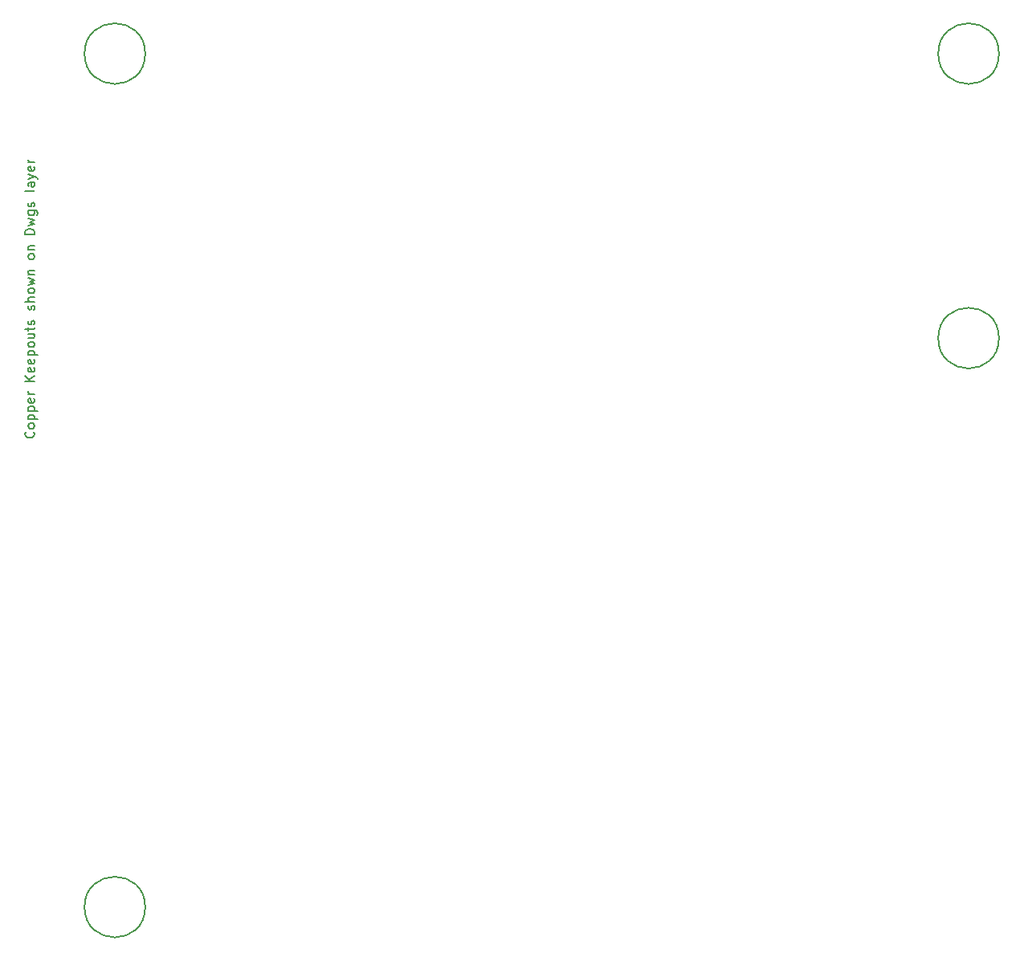
<source format=gbr>
%TF.GenerationSoftware,KiCad,Pcbnew,7.0.2-0*%
%TF.CreationDate,2024-06-06T04:37:27-07:00*%
%TF.ProjectId,version_1,76657273-696f-46e5-9f31-2e6b69636164,rev?*%
%TF.SameCoordinates,Original*%
%TF.FileFunction,Other,Comment*%
%FSLAX46Y46*%
G04 Gerber Fmt 4.6, Leading zero omitted, Abs format (unit mm)*
G04 Created by KiCad (PCBNEW 7.0.2-0) date 2024-06-06 04:37:27*
%MOMM*%
%LPD*%
G01*
G04 APERTURE LIST*
%ADD10C,0.150000*%
G04 APERTURE END LIST*
D10*
%TO.C,U1*%
X16442380Y-64900002D02*
X16490000Y-64947621D01*
X16490000Y-64947621D02*
X16537619Y-65090478D01*
X16537619Y-65090478D02*
X16537619Y-65185716D01*
X16537619Y-65185716D02*
X16490000Y-65328573D01*
X16490000Y-65328573D02*
X16394761Y-65423811D01*
X16394761Y-65423811D02*
X16299523Y-65471430D01*
X16299523Y-65471430D02*
X16109047Y-65519049D01*
X16109047Y-65519049D02*
X15966190Y-65519049D01*
X15966190Y-65519049D02*
X15775714Y-65471430D01*
X15775714Y-65471430D02*
X15680476Y-65423811D01*
X15680476Y-65423811D02*
X15585238Y-65328573D01*
X15585238Y-65328573D02*
X15537619Y-65185716D01*
X15537619Y-65185716D02*
X15537619Y-65090478D01*
X15537619Y-65090478D02*
X15585238Y-64947621D01*
X15585238Y-64947621D02*
X15632857Y-64900002D01*
X16537619Y-64328573D02*
X16490000Y-64423811D01*
X16490000Y-64423811D02*
X16442380Y-64471430D01*
X16442380Y-64471430D02*
X16347142Y-64519049D01*
X16347142Y-64519049D02*
X16061428Y-64519049D01*
X16061428Y-64519049D02*
X15966190Y-64471430D01*
X15966190Y-64471430D02*
X15918571Y-64423811D01*
X15918571Y-64423811D02*
X15870952Y-64328573D01*
X15870952Y-64328573D02*
X15870952Y-64185716D01*
X15870952Y-64185716D02*
X15918571Y-64090478D01*
X15918571Y-64090478D02*
X15966190Y-64042859D01*
X15966190Y-64042859D02*
X16061428Y-63995240D01*
X16061428Y-63995240D02*
X16347142Y-63995240D01*
X16347142Y-63995240D02*
X16442380Y-64042859D01*
X16442380Y-64042859D02*
X16490000Y-64090478D01*
X16490000Y-64090478D02*
X16537619Y-64185716D01*
X16537619Y-64185716D02*
X16537619Y-64328573D01*
X15870952Y-63566668D02*
X16870952Y-63566668D01*
X15918571Y-63566668D02*
X15870952Y-63471430D01*
X15870952Y-63471430D02*
X15870952Y-63280954D01*
X15870952Y-63280954D02*
X15918571Y-63185716D01*
X15918571Y-63185716D02*
X15966190Y-63138097D01*
X15966190Y-63138097D02*
X16061428Y-63090478D01*
X16061428Y-63090478D02*
X16347142Y-63090478D01*
X16347142Y-63090478D02*
X16442380Y-63138097D01*
X16442380Y-63138097D02*
X16490000Y-63185716D01*
X16490000Y-63185716D02*
X16537619Y-63280954D01*
X16537619Y-63280954D02*
X16537619Y-63471430D01*
X16537619Y-63471430D02*
X16490000Y-63566668D01*
X15870952Y-62661906D02*
X16870952Y-62661906D01*
X15918571Y-62661906D02*
X15870952Y-62566668D01*
X15870952Y-62566668D02*
X15870952Y-62376192D01*
X15870952Y-62376192D02*
X15918571Y-62280954D01*
X15918571Y-62280954D02*
X15966190Y-62233335D01*
X15966190Y-62233335D02*
X16061428Y-62185716D01*
X16061428Y-62185716D02*
X16347142Y-62185716D01*
X16347142Y-62185716D02*
X16442380Y-62233335D01*
X16442380Y-62233335D02*
X16490000Y-62280954D01*
X16490000Y-62280954D02*
X16537619Y-62376192D01*
X16537619Y-62376192D02*
X16537619Y-62566668D01*
X16537619Y-62566668D02*
X16490000Y-62661906D01*
X16490000Y-61376192D02*
X16537619Y-61471430D01*
X16537619Y-61471430D02*
X16537619Y-61661906D01*
X16537619Y-61661906D02*
X16490000Y-61757144D01*
X16490000Y-61757144D02*
X16394761Y-61804763D01*
X16394761Y-61804763D02*
X16013809Y-61804763D01*
X16013809Y-61804763D02*
X15918571Y-61757144D01*
X15918571Y-61757144D02*
X15870952Y-61661906D01*
X15870952Y-61661906D02*
X15870952Y-61471430D01*
X15870952Y-61471430D02*
X15918571Y-61376192D01*
X15918571Y-61376192D02*
X16013809Y-61328573D01*
X16013809Y-61328573D02*
X16109047Y-61328573D01*
X16109047Y-61328573D02*
X16204285Y-61804763D01*
X16537619Y-60900001D02*
X15870952Y-60900001D01*
X16061428Y-60900001D02*
X15966190Y-60852382D01*
X15966190Y-60852382D02*
X15918571Y-60804763D01*
X15918571Y-60804763D02*
X15870952Y-60709525D01*
X15870952Y-60709525D02*
X15870952Y-60614287D01*
X16537619Y-59519048D02*
X15537619Y-59519048D01*
X16537619Y-58947620D02*
X15966190Y-59376191D01*
X15537619Y-58947620D02*
X16109047Y-59519048D01*
X16490000Y-58138096D02*
X16537619Y-58233334D01*
X16537619Y-58233334D02*
X16537619Y-58423810D01*
X16537619Y-58423810D02*
X16490000Y-58519048D01*
X16490000Y-58519048D02*
X16394761Y-58566667D01*
X16394761Y-58566667D02*
X16013809Y-58566667D01*
X16013809Y-58566667D02*
X15918571Y-58519048D01*
X15918571Y-58519048D02*
X15870952Y-58423810D01*
X15870952Y-58423810D02*
X15870952Y-58233334D01*
X15870952Y-58233334D02*
X15918571Y-58138096D01*
X15918571Y-58138096D02*
X16013809Y-58090477D01*
X16013809Y-58090477D02*
X16109047Y-58090477D01*
X16109047Y-58090477D02*
X16204285Y-58566667D01*
X16490000Y-57280953D02*
X16537619Y-57376191D01*
X16537619Y-57376191D02*
X16537619Y-57566667D01*
X16537619Y-57566667D02*
X16490000Y-57661905D01*
X16490000Y-57661905D02*
X16394761Y-57709524D01*
X16394761Y-57709524D02*
X16013809Y-57709524D01*
X16013809Y-57709524D02*
X15918571Y-57661905D01*
X15918571Y-57661905D02*
X15870952Y-57566667D01*
X15870952Y-57566667D02*
X15870952Y-57376191D01*
X15870952Y-57376191D02*
X15918571Y-57280953D01*
X15918571Y-57280953D02*
X16013809Y-57233334D01*
X16013809Y-57233334D02*
X16109047Y-57233334D01*
X16109047Y-57233334D02*
X16204285Y-57709524D01*
X15870952Y-56804762D02*
X16870952Y-56804762D01*
X15918571Y-56804762D02*
X15870952Y-56709524D01*
X15870952Y-56709524D02*
X15870952Y-56519048D01*
X15870952Y-56519048D02*
X15918571Y-56423810D01*
X15918571Y-56423810D02*
X15966190Y-56376191D01*
X15966190Y-56376191D02*
X16061428Y-56328572D01*
X16061428Y-56328572D02*
X16347142Y-56328572D01*
X16347142Y-56328572D02*
X16442380Y-56376191D01*
X16442380Y-56376191D02*
X16490000Y-56423810D01*
X16490000Y-56423810D02*
X16537619Y-56519048D01*
X16537619Y-56519048D02*
X16537619Y-56709524D01*
X16537619Y-56709524D02*
X16490000Y-56804762D01*
X16537619Y-55757143D02*
X16490000Y-55852381D01*
X16490000Y-55852381D02*
X16442380Y-55900000D01*
X16442380Y-55900000D02*
X16347142Y-55947619D01*
X16347142Y-55947619D02*
X16061428Y-55947619D01*
X16061428Y-55947619D02*
X15966190Y-55900000D01*
X15966190Y-55900000D02*
X15918571Y-55852381D01*
X15918571Y-55852381D02*
X15870952Y-55757143D01*
X15870952Y-55757143D02*
X15870952Y-55614286D01*
X15870952Y-55614286D02*
X15918571Y-55519048D01*
X15918571Y-55519048D02*
X15966190Y-55471429D01*
X15966190Y-55471429D02*
X16061428Y-55423810D01*
X16061428Y-55423810D02*
X16347142Y-55423810D01*
X16347142Y-55423810D02*
X16442380Y-55471429D01*
X16442380Y-55471429D02*
X16490000Y-55519048D01*
X16490000Y-55519048D02*
X16537619Y-55614286D01*
X16537619Y-55614286D02*
X16537619Y-55757143D01*
X15870952Y-54566667D02*
X16537619Y-54566667D01*
X15870952Y-54995238D02*
X16394761Y-54995238D01*
X16394761Y-54995238D02*
X16490000Y-54947619D01*
X16490000Y-54947619D02*
X16537619Y-54852381D01*
X16537619Y-54852381D02*
X16537619Y-54709524D01*
X16537619Y-54709524D02*
X16490000Y-54614286D01*
X16490000Y-54614286D02*
X16442380Y-54566667D01*
X15870952Y-54233333D02*
X15870952Y-53852381D01*
X15537619Y-54090476D02*
X16394761Y-54090476D01*
X16394761Y-54090476D02*
X16490000Y-54042857D01*
X16490000Y-54042857D02*
X16537619Y-53947619D01*
X16537619Y-53947619D02*
X16537619Y-53852381D01*
X16490000Y-53566666D02*
X16537619Y-53471428D01*
X16537619Y-53471428D02*
X16537619Y-53280952D01*
X16537619Y-53280952D02*
X16490000Y-53185714D01*
X16490000Y-53185714D02*
X16394761Y-53138095D01*
X16394761Y-53138095D02*
X16347142Y-53138095D01*
X16347142Y-53138095D02*
X16251904Y-53185714D01*
X16251904Y-53185714D02*
X16204285Y-53280952D01*
X16204285Y-53280952D02*
X16204285Y-53423809D01*
X16204285Y-53423809D02*
X16156666Y-53519047D01*
X16156666Y-53519047D02*
X16061428Y-53566666D01*
X16061428Y-53566666D02*
X16013809Y-53566666D01*
X16013809Y-53566666D02*
X15918571Y-53519047D01*
X15918571Y-53519047D02*
X15870952Y-53423809D01*
X15870952Y-53423809D02*
X15870952Y-53280952D01*
X15870952Y-53280952D02*
X15918571Y-53185714D01*
X16490000Y-51995237D02*
X16537619Y-51899999D01*
X16537619Y-51899999D02*
X16537619Y-51709523D01*
X16537619Y-51709523D02*
X16490000Y-51614285D01*
X16490000Y-51614285D02*
X16394761Y-51566666D01*
X16394761Y-51566666D02*
X16347142Y-51566666D01*
X16347142Y-51566666D02*
X16251904Y-51614285D01*
X16251904Y-51614285D02*
X16204285Y-51709523D01*
X16204285Y-51709523D02*
X16204285Y-51852380D01*
X16204285Y-51852380D02*
X16156666Y-51947618D01*
X16156666Y-51947618D02*
X16061428Y-51995237D01*
X16061428Y-51995237D02*
X16013809Y-51995237D01*
X16013809Y-51995237D02*
X15918571Y-51947618D01*
X15918571Y-51947618D02*
X15870952Y-51852380D01*
X15870952Y-51852380D02*
X15870952Y-51709523D01*
X15870952Y-51709523D02*
X15918571Y-51614285D01*
X16537619Y-51138094D02*
X15537619Y-51138094D01*
X16537619Y-50709523D02*
X16013809Y-50709523D01*
X16013809Y-50709523D02*
X15918571Y-50757142D01*
X15918571Y-50757142D02*
X15870952Y-50852380D01*
X15870952Y-50852380D02*
X15870952Y-50995237D01*
X15870952Y-50995237D02*
X15918571Y-51090475D01*
X15918571Y-51090475D02*
X15966190Y-51138094D01*
X16537619Y-50090475D02*
X16490000Y-50185713D01*
X16490000Y-50185713D02*
X16442380Y-50233332D01*
X16442380Y-50233332D02*
X16347142Y-50280951D01*
X16347142Y-50280951D02*
X16061428Y-50280951D01*
X16061428Y-50280951D02*
X15966190Y-50233332D01*
X15966190Y-50233332D02*
X15918571Y-50185713D01*
X15918571Y-50185713D02*
X15870952Y-50090475D01*
X15870952Y-50090475D02*
X15870952Y-49947618D01*
X15870952Y-49947618D02*
X15918571Y-49852380D01*
X15918571Y-49852380D02*
X15966190Y-49804761D01*
X15966190Y-49804761D02*
X16061428Y-49757142D01*
X16061428Y-49757142D02*
X16347142Y-49757142D01*
X16347142Y-49757142D02*
X16442380Y-49804761D01*
X16442380Y-49804761D02*
X16490000Y-49852380D01*
X16490000Y-49852380D02*
X16537619Y-49947618D01*
X16537619Y-49947618D02*
X16537619Y-50090475D01*
X15870952Y-49423808D02*
X16537619Y-49233332D01*
X16537619Y-49233332D02*
X16061428Y-49042856D01*
X16061428Y-49042856D02*
X16537619Y-48852380D01*
X16537619Y-48852380D02*
X15870952Y-48661904D01*
X15870952Y-48280951D02*
X16537619Y-48280951D01*
X15966190Y-48280951D02*
X15918571Y-48233332D01*
X15918571Y-48233332D02*
X15870952Y-48138094D01*
X15870952Y-48138094D02*
X15870952Y-47995237D01*
X15870952Y-47995237D02*
X15918571Y-47899999D01*
X15918571Y-47899999D02*
X16013809Y-47852380D01*
X16013809Y-47852380D02*
X16537619Y-47852380D01*
X16537619Y-46471427D02*
X16490000Y-46566665D01*
X16490000Y-46566665D02*
X16442380Y-46614284D01*
X16442380Y-46614284D02*
X16347142Y-46661903D01*
X16347142Y-46661903D02*
X16061428Y-46661903D01*
X16061428Y-46661903D02*
X15966190Y-46614284D01*
X15966190Y-46614284D02*
X15918571Y-46566665D01*
X15918571Y-46566665D02*
X15870952Y-46471427D01*
X15870952Y-46471427D02*
X15870952Y-46328570D01*
X15870952Y-46328570D02*
X15918571Y-46233332D01*
X15918571Y-46233332D02*
X15966190Y-46185713D01*
X15966190Y-46185713D02*
X16061428Y-46138094D01*
X16061428Y-46138094D02*
X16347142Y-46138094D01*
X16347142Y-46138094D02*
X16442380Y-46185713D01*
X16442380Y-46185713D02*
X16490000Y-46233332D01*
X16490000Y-46233332D02*
X16537619Y-46328570D01*
X16537619Y-46328570D02*
X16537619Y-46471427D01*
X15870952Y-45709522D02*
X16537619Y-45709522D01*
X15966190Y-45709522D02*
X15918571Y-45661903D01*
X15918571Y-45661903D02*
X15870952Y-45566665D01*
X15870952Y-45566665D02*
X15870952Y-45423808D01*
X15870952Y-45423808D02*
X15918571Y-45328570D01*
X15918571Y-45328570D02*
X16013809Y-45280951D01*
X16013809Y-45280951D02*
X16537619Y-45280951D01*
X16537619Y-44042855D02*
X15537619Y-44042855D01*
X15537619Y-44042855D02*
X15537619Y-43804760D01*
X15537619Y-43804760D02*
X15585238Y-43661903D01*
X15585238Y-43661903D02*
X15680476Y-43566665D01*
X15680476Y-43566665D02*
X15775714Y-43519046D01*
X15775714Y-43519046D02*
X15966190Y-43471427D01*
X15966190Y-43471427D02*
X16109047Y-43471427D01*
X16109047Y-43471427D02*
X16299523Y-43519046D01*
X16299523Y-43519046D02*
X16394761Y-43566665D01*
X16394761Y-43566665D02*
X16490000Y-43661903D01*
X16490000Y-43661903D02*
X16537619Y-43804760D01*
X16537619Y-43804760D02*
X16537619Y-44042855D01*
X15870952Y-43138093D02*
X16537619Y-42947617D01*
X16537619Y-42947617D02*
X16061428Y-42757141D01*
X16061428Y-42757141D02*
X16537619Y-42566665D01*
X16537619Y-42566665D02*
X15870952Y-42376189D01*
X15870952Y-41566665D02*
X16680476Y-41566665D01*
X16680476Y-41566665D02*
X16775714Y-41614284D01*
X16775714Y-41614284D02*
X16823333Y-41661903D01*
X16823333Y-41661903D02*
X16870952Y-41757141D01*
X16870952Y-41757141D02*
X16870952Y-41899998D01*
X16870952Y-41899998D02*
X16823333Y-41995236D01*
X16490000Y-41566665D02*
X16537619Y-41661903D01*
X16537619Y-41661903D02*
X16537619Y-41852379D01*
X16537619Y-41852379D02*
X16490000Y-41947617D01*
X16490000Y-41947617D02*
X16442380Y-41995236D01*
X16442380Y-41995236D02*
X16347142Y-42042855D01*
X16347142Y-42042855D02*
X16061428Y-42042855D01*
X16061428Y-42042855D02*
X15966190Y-41995236D01*
X15966190Y-41995236D02*
X15918571Y-41947617D01*
X15918571Y-41947617D02*
X15870952Y-41852379D01*
X15870952Y-41852379D02*
X15870952Y-41661903D01*
X15870952Y-41661903D02*
X15918571Y-41566665D01*
X16490000Y-41138093D02*
X16537619Y-41042855D01*
X16537619Y-41042855D02*
X16537619Y-40852379D01*
X16537619Y-40852379D02*
X16490000Y-40757141D01*
X16490000Y-40757141D02*
X16394761Y-40709522D01*
X16394761Y-40709522D02*
X16347142Y-40709522D01*
X16347142Y-40709522D02*
X16251904Y-40757141D01*
X16251904Y-40757141D02*
X16204285Y-40852379D01*
X16204285Y-40852379D02*
X16204285Y-40995236D01*
X16204285Y-40995236D02*
X16156666Y-41090474D01*
X16156666Y-41090474D02*
X16061428Y-41138093D01*
X16061428Y-41138093D02*
X16013809Y-41138093D01*
X16013809Y-41138093D02*
X15918571Y-41090474D01*
X15918571Y-41090474D02*
X15870952Y-40995236D01*
X15870952Y-40995236D02*
X15870952Y-40852379D01*
X15870952Y-40852379D02*
X15918571Y-40757141D01*
X16537619Y-39376188D02*
X16490000Y-39471426D01*
X16490000Y-39471426D02*
X16394761Y-39519045D01*
X16394761Y-39519045D02*
X15537619Y-39519045D01*
X16537619Y-38566664D02*
X16013809Y-38566664D01*
X16013809Y-38566664D02*
X15918571Y-38614283D01*
X15918571Y-38614283D02*
X15870952Y-38709521D01*
X15870952Y-38709521D02*
X15870952Y-38899997D01*
X15870952Y-38899997D02*
X15918571Y-38995235D01*
X16490000Y-38566664D02*
X16537619Y-38661902D01*
X16537619Y-38661902D02*
X16537619Y-38899997D01*
X16537619Y-38899997D02*
X16490000Y-38995235D01*
X16490000Y-38995235D02*
X16394761Y-39042854D01*
X16394761Y-39042854D02*
X16299523Y-39042854D01*
X16299523Y-39042854D02*
X16204285Y-38995235D01*
X16204285Y-38995235D02*
X16156666Y-38899997D01*
X16156666Y-38899997D02*
X16156666Y-38661902D01*
X16156666Y-38661902D02*
X16109047Y-38566664D01*
X15870952Y-38185711D02*
X16537619Y-37947616D01*
X15870952Y-37709521D02*
X16537619Y-37947616D01*
X16537619Y-37947616D02*
X16775714Y-38042854D01*
X16775714Y-38042854D02*
X16823333Y-38090473D01*
X16823333Y-38090473D02*
X16870952Y-38185711D01*
X16490000Y-36947616D02*
X16537619Y-37042854D01*
X16537619Y-37042854D02*
X16537619Y-37233330D01*
X16537619Y-37233330D02*
X16490000Y-37328568D01*
X16490000Y-37328568D02*
X16394761Y-37376187D01*
X16394761Y-37376187D02*
X16013809Y-37376187D01*
X16013809Y-37376187D02*
X15918571Y-37328568D01*
X15918571Y-37328568D02*
X15870952Y-37233330D01*
X15870952Y-37233330D02*
X15870952Y-37042854D01*
X15870952Y-37042854D02*
X15918571Y-36947616D01*
X15918571Y-36947616D02*
X16013809Y-36899997D01*
X16013809Y-36899997D02*
X16109047Y-36899997D01*
X16109047Y-36899997D02*
X16204285Y-37376187D01*
X16537619Y-36471425D02*
X15870952Y-36471425D01*
X16061428Y-36471425D02*
X15966190Y-36423806D01*
X15966190Y-36423806D02*
X15918571Y-36376187D01*
X15918571Y-36376187D02*
X15870952Y-36280949D01*
X15870952Y-36280949D02*
X15870952Y-36185711D01*
%TO.C,H2*%
X28200000Y-115000000D02*
G75*
G03*
X28200000Y-115000000I-3200000J0D01*
G01*
%TO.C,H1*%
X118200000Y-25000000D02*
G75*
G03*
X118200000Y-25000000I-3200000J0D01*
G01*
%TO.C,H4*%
X28200000Y-25000000D02*
G75*
G03*
X28200000Y-25000000I-3200000J0D01*
G01*
%TO.C,H3*%
X118200000Y-55000000D02*
G75*
G03*
X118200000Y-55000000I-3200000J0D01*
G01*
%TD*%
M02*

</source>
